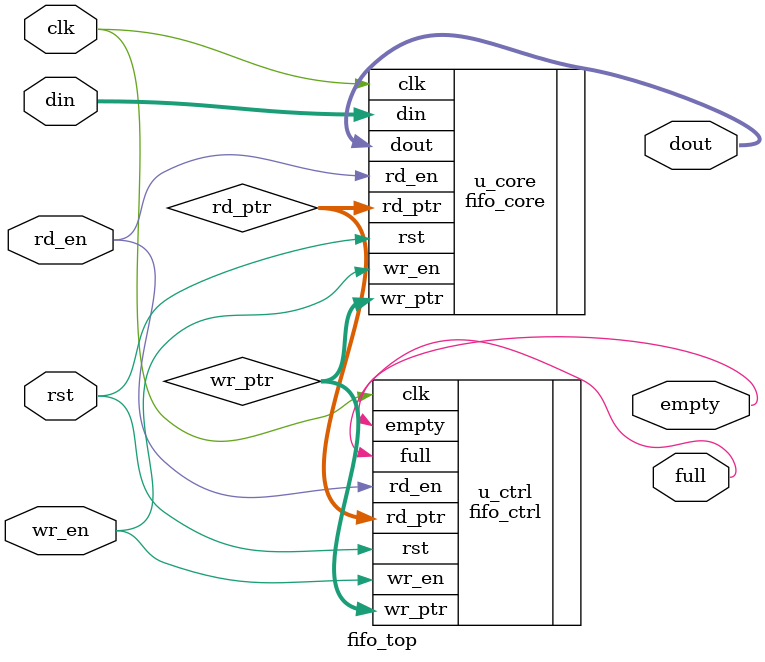
<source format=sv>
module fifo_top #(
  parameter DATA_WIDTH = 8,
  parameter ADDR_WIDTH = 4
)(
  input  logic clk,
  input  logic rst,
  input  logic wr_en,
  input  logic rd_en,
  input  logic [DATA_WIDTH-1:0] din,
  output logic [DATA_WIDTH-1:0] dout,
  output logic full,
  output logic empty
);

  logic [ADDR_WIDTH-1:0] wr_ptr, rd_ptr;

  fifo_ctrl #(.ADDR_WIDTH(ADDR_WIDTH)) u_ctrl (
    .clk    (clk),
    .rst    (rst),
    .wr_en  (wr_en),
    .rd_en  (rd_en),
    .wr_ptr (wr_ptr),
    .rd_ptr (rd_ptr),
    .full   (full),
    .empty  (empty)
  );

  fifo_core #(.DATA_WIDTH(DATA_WIDTH), .ADDR_WIDTH(ADDR_WIDTH)) u_core (
    .clk    (clk),
    .rst    (rst),
    .wr_en  (wr_en),
    .rd_en  (rd_en),
    .wr_ptr (wr_ptr),
    .rd_ptr (rd_ptr),
    .din    (din),
    .dout   (dout)
  );

endmodule


</source>
